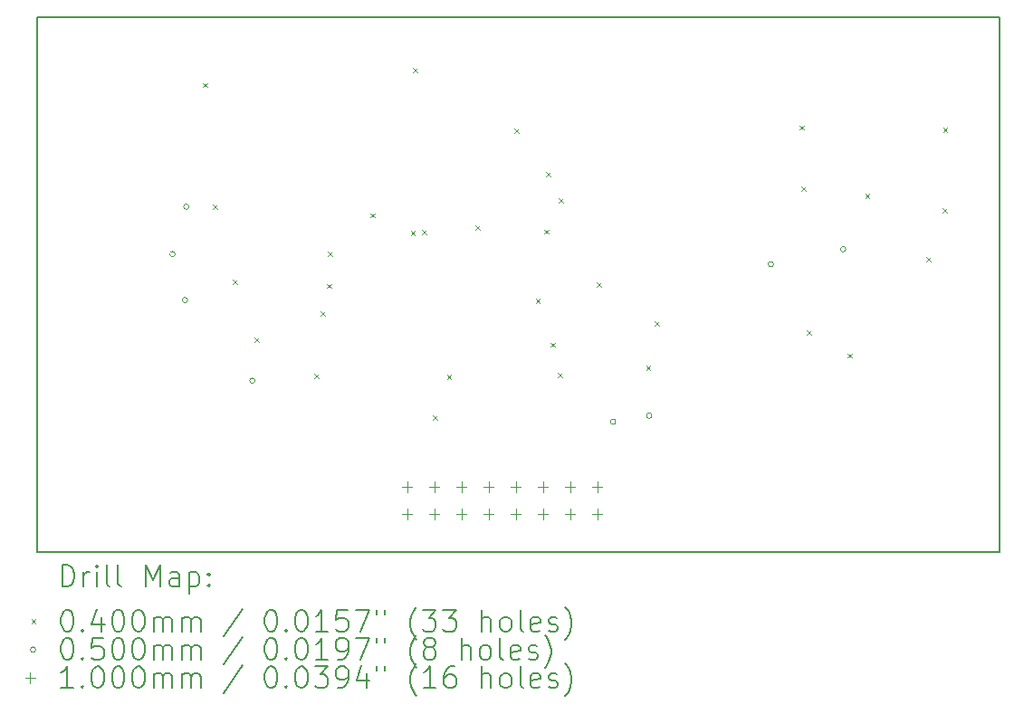
<source format=gbr>
%TF.GenerationSoftware,KiCad,Pcbnew,7.0.1-0*%
%TF.CreationDate,2023-12-28T14:24:33+01:00*%
%TF.ProjectId,parallel_trail,70617261-6c6c-4656-9c5f-747261696c2e,rev?*%
%TF.SameCoordinates,Original*%
%TF.FileFunction,Drillmap*%
%TF.FilePolarity,Positive*%
%FSLAX45Y45*%
G04 Gerber Fmt 4.5, Leading zero omitted, Abs format (unit mm)*
G04 Created by KiCad (PCBNEW 7.0.1-0) date 2023-12-28 14:24:33*
%MOMM*%
%LPD*%
G01*
G04 APERTURE LIST*
%ADD10C,0.200000*%
%ADD11C,0.040000*%
%ADD12C,0.050000*%
%ADD13C,0.100000*%
G04 APERTURE END LIST*
D10*
X4665200Y-8233400D02*
X13665200Y-8233400D01*
X13665200Y-13233400D01*
X4665200Y-13233400D01*
X4665200Y-8233400D01*
D11*
X6218560Y-8844600D02*
X6258560Y-8884600D01*
X6258560Y-8844600D02*
X6218560Y-8884600D01*
X6312380Y-9985340D02*
X6352380Y-10025340D01*
X6352380Y-9985340D02*
X6312380Y-10025340D01*
X6496940Y-10684490D02*
X6536940Y-10724490D01*
X6536940Y-10684490D02*
X6496940Y-10724490D01*
X6704940Y-11229190D02*
X6744940Y-11269190D01*
X6744940Y-11229190D02*
X6704940Y-11269190D01*
X7259200Y-11567910D02*
X7299200Y-11607910D01*
X7299200Y-11567910D02*
X7259200Y-11607910D01*
X7320400Y-10980950D02*
X7360400Y-11020950D01*
X7360400Y-10980950D02*
X7320400Y-11020950D01*
X7380000Y-10724200D02*
X7420000Y-10764200D01*
X7420000Y-10724200D02*
X7380000Y-10764200D01*
X7386200Y-10421170D02*
X7426200Y-10461170D01*
X7426200Y-10421170D02*
X7386200Y-10461170D01*
X7787310Y-10064970D02*
X7827310Y-10104970D01*
X7827310Y-10064970D02*
X7787310Y-10104970D01*
X8163790Y-10231180D02*
X8203790Y-10271180D01*
X8203790Y-10231180D02*
X8163790Y-10271180D01*
X8182180Y-8702330D02*
X8222180Y-8742330D01*
X8222180Y-8702330D02*
X8182180Y-8742330D01*
X8270720Y-10222660D02*
X8310720Y-10262660D01*
X8310720Y-10222660D02*
X8270720Y-10262660D01*
X8371060Y-11957640D02*
X8411060Y-11997640D01*
X8411060Y-11957640D02*
X8371060Y-11997640D01*
X8500920Y-11572620D02*
X8540920Y-11612620D01*
X8540920Y-11572620D02*
X8500920Y-11612620D01*
X8768620Y-10177590D02*
X8808620Y-10217590D01*
X8808620Y-10177590D02*
X8768620Y-10217590D01*
X9133080Y-9271850D02*
X9173080Y-9311850D01*
X9173080Y-9271850D02*
X9133080Y-9311850D01*
X9330440Y-10864270D02*
X9370440Y-10904270D01*
X9370440Y-10864270D02*
X9330440Y-10904270D01*
X9409910Y-10217140D02*
X9449910Y-10257140D01*
X9449910Y-10217140D02*
X9409910Y-10257140D01*
X9429670Y-9677750D02*
X9469670Y-9717750D01*
X9469670Y-9677750D02*
X9429670Y-9717750D01*
X9468150Y-11274150D02*
X9508150Y-11314150D01*
X9508150Y-11274150D02*
X9468150Y-11314150D01*
X9540870Y-11556180D02*
X9580870Y-11596180D01*
X9580870Y-11556180D02*
X9540870Y-11596180D01*
X9548160Y-9924340D02*
X9588160Y-9964340D01*
X9588160Y-9924340D02*
X9548160Y-9964340D01*
X9905740Y-10714540D02*
X9945740Y-10754540D01*
X9945740Y-10714540D02*
X9905740Y-10754540D01*
X10363830Y-11491950D02*
X10403830Y-11531950D01*
X10403830Y-11491950D02*
X10363830Y-11531950D01*
X10447120Y-11076380D02*
X10487120Y-11116380D01*
X10487120Y-11076380D02*
X10447120Y-11116380D01*
X11797670Y-9243220D02*
X11837670Y-9283220D01*
X11837670Y-9243220D02*
X11797670Y-9283220D01*
X11814520Y-9813760D02*
X11854520Y-9853760D01*
X11854520Y-9813760D02*
X11814520Y-9853760D01*
X11868150Y-11161150D02*
X11908150Y-11201150D01*
X11908150Y-11161150D02*
X11868150Y-11201150D01*
X12248010Y-11375510D02*
X12288010Y-11415510D01*
X12288010Y-11375510D02*
X12248010Y-11415510D01*
X12412480Y-9880800D02*
X12452480Y-9920800D01*
X12452480Y-9880800D02*
X12412480Y-9920800D01*
X12983220Y-10477090D02*
X13023220Y-10517090D01*
X13023220Y-10477090D02*
X12983220Y-10517090D01*
X13139180Y-10017950D02*
X13179180Y-10057950D01*
X13179180Y-10017950D02*
X13139180Y-10057950D01*
X13140060Y-9262710D02*
X13180060Y-9302710D01*
X13180060Y-9262710D02*
X13140060Y-9302710D01*
D12*
X5959980Y-10444910D02*
G75*
G03*
X5959980Y-10444910I-25000J0D01*
G01*
X6076510Y-10877050D02*
G75*
G03*
X6076510Y-10877050I-25000J0D01*
G01*
X6088220Y-10003070D02*
G75*
G03*
X6088220Y-10003070I-25000J0D01*
G01*
X6706080Y-11630680D02*
G75*
G03*
X6706080Y-11630680I-25000J0D01*
G01*
X10080800Y-12014800D02*
G75*
G03*
X10080800Y-12014800I-25000J0D01*
G01*
X10417810Y-11958470D02*
G75*
G03*
X10417810Y-11958470I-25000J0D01*
G01*
X11554790Y-10540810D02*
G75*
G03*
X11554790Y-10540810I-25000J0D01*
G01*
X12232140Y-10400440D02*
G75*
G03*
X12232140Y-10400440I-25000J0D01*
G01*
D13*
X8128000Y-12573800D02*
X8128000Y-12673800D01*
X8078000Y-12623800D02*
X8178000Y-12623800D01*
X8128000Y-12827800D02*
X8128000Y-12927800D01*
X8078000Y-12877800D02*
X8178000Y-12877800D01*
X8382000Y-12573800D02*
X8382000Y-12673800D01*
X8332000Y-12623800D02*
X8432000Y-12623800D01*
X8382000Y-12827800D02*
X8382000Y-12927800D01*
X8332000Y-12877800D02*
X8432000Y-12877800D01*
X8636000Y-12573800D02*
X8636000Y-12673800D01*
X8586000Y-12623800D02*
X8686000Y-12623800D01*
X8636000Y-12827800D02*
X8636000Y-12927800D01*
X8586000Y-12877800D02*
X8686000Y-12877800D01*
X8890000Y-12573800D02*
X8890000Y-12673800D01*
X8840000Y-12623800D02*
X8940000Y-12623800D01*
X8890000Y-12827800D02*
X8890000Y-12927800D01*
X8840000Y-12877800D02*
X8940000Y-12877800D01*
X9144000Y-12573800D02*
X9144000Y-12673800D01*
X9094000Y-12623800D02*
X9194000Y-12623800D01*
X9144000Y-12827800D02*
X9144000Y-12927800D01*
X9094000Y-12877800D02*
X9194000Y-12877800D01*
X9398000Y-12573800D02*
X9398000Y-12673800D01*
X9348000Y-12623800D02*
X9448000Y-12623800D01*
X9398000Y-12827800D02*
X9398000Y-12927800D01*
X9348000Y-12877800D02*
X9448000Y-12877800D01*
X9652000Y-12573800D02*
X9652000Y-12673800D01*
X9602000Y-12623800D02*
X9702000Y-12623800D01*
X9652000Y-12827800D02*
X9652000Y-12927800D01*
X9602000Y-12877800D02*
X9702000Y-12877800D01*
X9906000Y-12573800D02*
X9906000Y-12673800D01*
X9856000Y-12623800D02*
X9956000Y-12623800D01*
X9906000Y-12827800D02*
X9906000Y-12927800D01*
X9856000Y-12877800D02*
X9956000Y-12877800D01*
D10*
X4902819Y-13555924D02*
X4902819Y-13355924D01*
X4902819Y-13355924D02*
X4950438Y-13355924D01*
X4950438Y-13355924D02*
X4979010Y-13365448D01*
X4979010Y-13365448D02*
X4998057Y-13384495D01*
X4998057Y-13384495D02*
X5007581Y-13403543D01*
X5007581Y-13403543D02*
X5017105Y-13441638D01*
X5017105Y-13441638D02*
X5017105Y-13470209D01*
X5017105Y-13470209D02*
X5007581Y-13508305D01*
X5007581Y-13508305D02*
X4998057Y-13527352D01*
X4998057Y-13527352D02*
X4979010Y-13546400D01*
X4979010Y-13546400D02*
X4950438Y-13555924D01*
X4950438Y-13555924D02*
X4902819Y-13555924D01*
X5102819Y-13555924D02*
X5102819Y-13422590D01*
X5102819Y-13460686D02*
X5112343Y-13441638D01*
X5112343Y-13441638D02*
X5121867Y-13432114D01*
X5121867Y-13432114D02*
X5140914Y-13422590D01*
X5140914Y-13422590D02*
X5159962Y-13422590D01*
X5226629Y-13555924D02*
X5226629Y-13422590D01*
X5226629Y-13355924D02*
X5217105Y-13365448D01*
X5217105Y-13365448D02*
X5226629Y-13374971D01*
X5226629Y-13374971D02*
X5236152Y-13365448D01*
X5236152Y-13365448D02*
X5226629Y-13355924D01*
X5226629Y-13355924D02*
X5226629Y-13374971D01*
X5350438Y-13555924D02*
X5331390Y-13546400D01*
X5331390Y-13546400D02*
X5321867Y-13527352D01*
X5321867Y-13527352D02*
X5321867Y-13355924D01*
X5455200Y-13555924D02*
X5436152Y-13546400D01*
X5436152Y-13546400D02*
X5426629Y-13527352D01*
X5426629Y-13527352D02*
X5426629Y-13355924D01*
X5683771Y-13555924D02*
X5683771Y-13355924D01*
X5683771Y-13355924D02*
X5750438Y-13498781D01*
X5750438Y-13498781D02*
X5817105Y-13355924D01*
X5817105Y-13355924D02*
X5817105Y-13555924D01*
X5998057Y-13555924D02*
X5998057Y-13451162D01*
X5998057Y-13451162D02*
X5988533Y-13432114D01*
X5988533Y-13432114D02*
X5969486Y-13422590D01*
X5969486Y-13422590D02*
X5931390Y-13422590D01*
X5931390Y-13422590D02*
X5912343Y-13432114D01*
X5998057Y-13546400D02*
X5979009Y-13555924D01*
X5979009Y-13555924D02*
X5931390Y-13555924D01*
X5931390Y-13555924D02*
X5912343Y-13546400D01*
X5912343Y-13546400D02*
X5902819Y-13527352D01*
X5902819Y-13527352D02*
X5902819Y-13508305D01*
X5902819Y-13508305D02*
X5912343Y-13489257D01*
X5912343Y-13489257D02*
X5931390Y-13479733D01*
X5931390Y-13479733D02*
X5979009Y-13479733D01*
X5979009Y-13479733D02*
X5998057Y-13470209D01*
X6093295Y-13422590D02*
X6093295Y-13622590D01*
X6093295Y-13432114D02*
X6112343Y-13422590D01*
X6112343Y-13422590D02*
X6150438Y-13422590D01*
X6150438Y-13422590D02*
X6169486Y-13432114D01*
X6169486Y-13432114D02*
X6179009Y-13441638D01*
X6179009Y-13441638D02*
X6188533Y-13460686D01*
X6188533Y-13460686D02*
X6188533Y-13517828D01*
X6188533Y-13517828D02*
X6179009Y-13536876D01*
X6179009Y-13536876D02*
X6169486Y-13546400D01*
X6169486Y-13546400D02*
X6150438Y-13555924D01*
X6150438Y-13555924D02*
X6112343Y-13555924D01*
X6112343Y-13555924D02*
X6093295Y-13546400D01*
X6274248Y-13536876D02*
X6283771Y-13546400D01*
X6283771Y-13546400D02*
X6274248Y-13555924D01*
X6274248Y-13555924D02*
X6264724Y-13546400D01*
X6264724Y-13546400D02*
X6274248Y-13536876D01*
X6274248Y-13536876D02*
X6274248Y-13555924D01*
X6274248Y-13432114D02*
X6283771Y-13441638D01*
X6283771Y-13441638D02*
X6274248Y-13451162D01*
X6274248Y-13451162D02*
X6264724Y-13441638D01*
X6264724Y-13441638D02*
X6274248Y-13432114D01*
X6274248Y-13432114D02*
X6274248Y-13451162D01*
D11*
X4615200Y-13863400D02*
X4655200Y-13903400D01*
X4655200Y-13863400D02*
X4615200Y-13903400D01*
D10*
X4940914Y-13775924D02*
X4959962Y-13775924D01*
X4959962Y-13775924D02*
X4979010Y-13785448D01*
X4979010Y-13785448D02*
X4988533Y-13794971D01*
X4988533Y-13794971D02*
X4998057Y-13814019D01*
X4998057Y-13814019D02*
X5007581Y-13852114D01*
X5007581Y-13852114D02*
X5007581Y-13899733D01*
X5007581Y-13899733D02*
X4998057Y-13937828D01*
X4998057Y-13937828D02*
X4988533Y-13956876D01*
X4988533Y-13956876D02*
X4979010Y-13966400D01*
X4979010Y-13966400D02*
X4959962Y-13975924D01*
X4959962Y-13975924D02*
X4940914Y-13975924D01*
X4940914Y-13975924D02*
X4921867Y-13966400D01*
X4921867Y-13966400D02*
X4912343Y-13956876D01*
X4912343Y-13956876D02*
X4902819Y-13937828D01*
X4902819Y-13937828D02*
X4893295Y-13899733D01*
X4893295Y-13899733D02*
X4893295Y-13852114D01*
X4893295Y-13852114D02*
X4902819Y-13814019D01*
X4902819Y-13814019D02*
X4912343Y-13794971D01*
X4912343Y-13794971D02*
X4921867Y-13785448D01*
X4921867Y-13785448D02*
X4940914Y-13775924D01*
X5093295Y-13956876D02*
X5102819Y-13966400D01*
X5102819Y-13966400D02*
X5093295Y-13975924D01*
X5093295Y-13975924D02*
X5083771Y-13966400D01*
X5083771Y-13966400D02*
X5093295Y-13956876D01*
X5093295Y-13956876D02*
X5093295Y-13975924D01*
X5274248Y-13842590D02*
X5274248Y-13975924D01*
X5226629Y-13766400D02*
X5179010Y-13909257D01*
X5179010Y-13909257D02*
X5302819Y-13909257D01*
X5417105Y-13775924D02*
X5436152Y-13775924D01*
X5436152Y-13775924D02*
X5455200Y-13785448D01*
X5455200Y-13785448D02*
X5464724Y-13794971D01*
X5464724Y-13794971D02*
X5474248Y-13814019D01*
X5474248Y-13814019D02*
X5483771Y-13852114D01*
X5483771Y-13852114D02*
X5483771Y-13899733D01*
X5483771Y-13899733D02*
X5474248Y-13937828D01*
X5474248Y-13937828D02*
X5464724Y-13956876D01*
X5464724Y-13956876D02*
X5455200Y-13966400D01*
X5455200Y-13966400D02*
X5436152Y-13975924D01*
X5436152Y-13975924D02*
X5417105Y-13975924D01*
X5417105Y-13975924D02*
X5398057Y-13966400D01*
X5398057Y-13966400D02*
X5388533Y-13956876D01*
X5388533Y-13956876D02*
X5379010Y-13937828D01*
X5379010Y-13937828D02*
X5369486Y-13899733D01*
X5369486Y-13899733D02*
X5369486Y-13852114D01*
X5369486Y-13852114D02*
X5379010Y-13814019D01*
X5379010Y-13814019D02*
X5388533Y-13794971D01*
X5388533Y-13794971D02*
X5398057Y-13785448D01*
X5398057Y-13785448D02*
X5417105Y-13775924D01*
X5607581Y-13775924D02*
X5626629Y-13775924D01*
X5626629Y-13775924D02*
X5645676Y-13785448D01*
X5645676Y-13785448D02*
X5655200Y-13794971D01*
X5655200Y-13794971D02*
X5664724Y-13814019D01*
X5664724Y-13814019D02*
X5674248Y-13852114D01*
X5674248Y-13852114D02*
X5674248Y-13899733D01*
X5674248Y-13899733D02*
X5664724Y-13937828D01*
X5664724Y-13937828D02*
X5655200Y-13956876D01*
X5655200Y-13956876D02*
X5645676Y-13966400D01*
X5645676Y-13966400D02*
X5626629Y-13975924D01*
X5626629Y-13975924D02*
X5607581Y-13975924D01*
X5607581Y-13975924D02*
X5588533Y-13966400D01*
X5588533Y-13966400D02*
X5579010Y-13956876D01*
X5579010Y-13956876D02*
X5569486Y-13937828D01*
X5569486Y-13937828D02*
X5559962Y-13899733D01*
X5559962Y-13899733D02*
X5559962Y-13852114D01*
X5559962Y-13852114D02*
X5569486Y-13814019D01*
X5569486Y-13814019D02*
X5579010Y-13794971D01*
X5579010Y-13794971D02*
X5588533Y-13785448D01*
X5588533Y-13785448D02*
X5607581Y-13775924D01*
X5759962Y-13975924D02*
X5759962Y-13842590D01*
X5759962Y-13861638D02*
X5769486Y-13852114D01*
X5769486Y-13852114D02*
X5788533Y-13842590D01*
X5788533Y-13842590D02*
X5817105Y-13842590D01*
X5817105Y-13842590D02*
X5836152Y-13852114D01*
X5836152Y-13852114D02*
X5845676Y-13871162D01*
X5845676Y-13871162D02*
X5845676Y-13975924D01*
X5845676Y-13871162D02*
X5855200Y-13852114D01*
X5855200Y-13852114D02*
X5874248Y-13842590D01*
X5874248Y-13842590D02*
X5902819Y-13842590D01*
X5902819Y-13842590D02*
X5921867Y-13852114D01*
X5921867Y-13852114D02*
X5931390Y-13871162D01*
X5931390Y-13871162D02*
X5931390Y-13975924D01*
X6026629Y-13975924D02*
X6026629Y-13842590D01*
X6026629Y-13861638D02*
X6036152Y-13852114D01*
X6036152Y-13852114D02*
X6055200Y-13842590D01*
X6055200Y-13842590D02*
X6083771Y-13842590D01*
X6083771Y-13842590D02*
X6102819Y-13852114D01*
X6102819Y-13852114D02*
X6112343Y-13871162D01*
X6112343Y-13871162D02*
X6112343Y-13975924D01*
X6112343Y-13871162D02*
X6121867Y-13852114D01*
X6121867Y-13852114D02*
X6140914Y-13842590D01*
X6140914Y-13842590D02*
X6169486Y-13842590D01*
X6169486Y-13842590D02*
X6188533Y-13852114D01*
X6188533Y-13852114D02*
X6198057Y-13871162D01*
X6198057Y-13871162D02*
X6198057Y-13975924D01*
X6588533Y-13766400D02*
X6417105Y-14023543D01*
X6845676Y-13775924D02*
X6864724Y-13775924D01*
X6864724Y-13775924D02*
X6883772Y-13785448D01*
X6883772Y-13785448D02*
X6893295Y-13794971D01*
X6893295Y-13794971D02*
X6902819Y-13814019D01*
X6902819Y-13814019D02*
X6912343Y-13852114D01*
X6912343Y-13852114D02*
X6912343Y-13899733D01*
X6912343Y-13899733D02*
X6902819Y-13937828D01*
X6902819Y-13937828D02*
X6893295Y-13956876D01*
X6893295Y-13956876D02*
X6883772Y-13966400D01*
X6883772Y-13966400D02*
X6864724Y-13975924D01*
X6864724Y-13975924D02*
X6845676Y-13975924D01*
X6845676Y-13975924D02*
X6826629Y-13966400D01*
X6826629Y-13966400D02*
X6817105Y-13956876D01*
X6817105Y-13956876D02*
X6807581Y-13937828D01*
X6807581Y-13937828D02*
X6798057Y-13899733D01*
X6798057Y-13899733D02*
X6798057Y-13852114D01*
X6798057Y-13852114D02*
X6807581Y-13814019D01*
X6807581Y-13814019D02*
X6817105Y-13794971D01*
X6817105Y-13794971D02*
X6826629Y-13785448D01*
X6826629Y-13785448D02*
X6845676Y-13775924D01*
X6998057Y-13956876D02*
X7007581Y-13966400D01*
X7007581Y-13966400D02*
X6998057Y-13975924D01*
X6998057Y-13975924D02*
X6988533Y-13966400D01*
X6988533Y-13966400D02*
X6998057Y-13956876D01*
X6998057Y-13956876D02*
X6998057Y-13975924D01*
X7131391Y-13775924D02*
X7150438Y-13775924D01*
X7150438Y-13775924D02*
X7169486Y-13785448D01*
X7169486Y-13785448D02*
X7179010Y-13794971D01*
X7179010Y-13794971D02*
X7188533Y-13814019D01*
X7188533Y-13814019D02*
X7198057Y-13852114D01*
X7198057Y-13852114D02*
X7198057Y-13899733D01*
X7198057Y-13899733D02*
X7188533Y-13937828D01*
X7188533Y-13937828D02*
X7179010Y-13956876D01*
X7179010Y-13956876D02*
X7169486Y-13966400D01*
X7169486Y-13966400D02*
X7150438Y-13975924D01*
X7150438Y-13975924D02*
X7131391Y-13975924D01*
X7131391Y-13975924D02*
X7112343Y-13966400D01*
X7112343Y-13966400D02*
X7102819Y-13956876D01*
X7102819Y-13956876D02*
X7093295Y-13937828D01*
X7093295Y-13937828D02*
X7083772Y-13899733D01*
X7083772Y-13899733D02*
X7083772Y-13852114D01*
X7083772Y-13852114D02*
X7093295Y-13814019D01*
X7093295Y-13814019D02*
X7102819Y-13794971D01*
X7102819Y-13794971D02*
X7112343Y-13785448D01*
X7112343Y-13785448D02*
X7131391Y-13775924D01*
X7388533Y-13975924D02*
X7274248Y-13975924D01*
X7331391Y-13975924D02*
X7331391Y-13775924D01*
X7331391Y-13775924D02*
X7312343Y-13804495D01*
X7312343Y-13804495D02*
X7293295Y-13823543D01*
X7293295Y-13823543D02*
X7274248Y-13833067D01*
X7569486Y-13775924D02*
X7474248Y-13775924D01*
X7474248Y-13775924D02*
X7464724Y-13871162D01*
X7464724Y-13871162D02*
X7474248Y-13861638D01*
X7474248Y-13861638D02*
X7493295Y-13852114D01*
X7493295Y-13852114D02*
X7540914Y-13852114D01*
X7540914Y-13852114D02*
X7559962Y-13861638D01*
X7559962Y-13861638D02*
X7569486Y-13871162D01*
X7569486Y-13871162D02*
X7579010Y-13890209D01*
X7579010Y-13890209D02*
X7579010Y-13937828D01*
X7579010Y-13937828D02*
X7569486Y-13956876D01*
X7569486Y-13956876D02*
X7559962Y-13966400D01*
X7559962Y-13966400D02*
X7540914Y-13975924D01*
X7540914Y-13975924D02*
X7493295Y-13975924D01*
X7493295Y-13975924D02*
X7474248Y-13966400D01*
X7474248Y-13966400D02*
X7464724Y-13956876D01*
X7645676Y-13775924D02*
X7779010Y-13775924D01*
X7779010Y-13775924D02*
X7693295Y-13975924D01*
X7845676Y-13775924D02*
X7845676Y-13814019D01*
X7921867Y-13775924D02*
X7921867Y-13814019D01*
X8217105Y-14052114D02*
X8207581Y-14042590D01*
X8207581Y-14042590D02*
X8188534Y-14014019D01*
X8188534Y-14014019D02*
X8179010Y-13994971D01*
X8179010Y-13994971D02*
X8169486Y-13966400D01*
X8169486Y-13966400D02*
X8159962Y-13918781D01*
X8159962Y-13918781D02*
X8159962Y-13880686D01*
X8159962Y-13880686D02*
X8169486Y-13833067D01*
X8169486Y-13833067D02*
X8179010Y-13804495D01*
X8179010Y-13804495D02*
X8188534Y-13785448D01*
X8188534Y-13785448D02*
X8207581Y-13756876D01*
X8207581Y-13756876D02*
X8217105Y-13747352D01*
X8274248Y-13775924D02*
X8398057Y-13775924D01*
X8398057Y-13775924D02*
X8331391Y-13852114D01*
X8331391Y-13852114D02*
X8359962Y-13852114D01*
X8359962Y-13852114D02*
X8379010Y-13861638D01*
X8379010Y-13861638D02*
X8388534Y-13871162D01*
X8388534Y-13871162D02*
X8398057Y-13890209D01*
X8398057Y-13890209D02*
X8398057Y-13937828D01*
X8398057Y-13937828D02*
X8388534Y-13956876D01*
X8388534Y-13956876D02*
X8379010Y-13966400D01*
X8379010Y-13966400D02*
X8359962Y-13975924D01*
X8359962Y-13975924D02*
X8302819Y-13975924D01*
X8302819Y-13975924D02*
X8283772Y-13966400D01*
X8283772Y-13966400D02*
X8274248Y-13956876D01*
X8464724Y-13775924D02*
X8588534Y-13775924D01*
X8588534Y-13775924D02*
X8521867Y-13852114D01*
X8521867Y-13852114D02*
X8550438Y-13852114D01*
X8550438Y-13852114D02*
X8569486Y-13861638D01*
X8569486Y-13861638D02*
X8579010Y-13871162D01*
X8579010Y-13871162D02*
X8588534Y-13890209D01*
X8588534Y-13890209D02*
X8588534Y-13937828D01*
X8588534Y-13937828D02*
X8579010Y-13956876D01*
X8579010Y-13956876D02*
X8569486Y-13966400D01*
X8569486Y-13966400D02*
X8550438Y-13975924D01*
X8550438Y-13975924D02*
X8493296Y-13975924D01*
X8493296Y-13975924D02*
X8474248Y-13966400D01*
X8474248Y-13966400D02*
X8464724Y-13956876D01*
X8826629Y-13975924D02*
X8826629Y-13775924D01*
X8912343Y-13975924D02*
X8912343Y-13871162D01*
X8912343Y-13871162D02*
X8902819Y-13852114D01*
X8902819Y-13852114D02*
X8883772Y-13842590D01*
X8883772Y-13842590D02*
X8855200Y-13842590D01*
X8855200Y-13842590D02*
X8836153Y-13852114D01*
X8836153Y-13852114D02*
X8826629Y-13861638D01*
X9036153Y-13975924D02*
X9017105Y-13966400D01*
X9017105Y-13966400D02*
X9007581Y-13956876D01*
X9007581Y-13956876D02*
X8998058Y-13937828D01*
X8998058Y-13937828D02*
X8998058Y-13880686D01*
X8998058Y-13880686D02*
X9007581Y-13861638D01*
X9007581Y-13861638D02*
X9017105Y-13852114D01*
X9017105Y-13852114D02*
X9036153Y-13842590D01*
X9036153Y-13842590D02*
X9064724Y-13842590D01*
X9064724Y-13842590D02*
X9083772Y-13852114D01*
X9083772Y-13852114D02*
X9093296Y-13861638D01*
X9093296Y-13861638D02*
X9102819Y-13880686D01*
X9102819Y-13880686D02*
X9102819Y-13937828D01*
X9102819Y-13937828D02*
X9093296Y-13956876D01*
X9093296Y-13956876D02*
X9083772Y-13966400D01*
X9083772Y-13966400D02*
X9064724Y-13975924D01*
X9064724Y-13975924D02*
X9036153Y-13975924D01*
X9217105Y-13975924D02*
X9198058Y-13966400D01*
X9198058Y-13966400D02*
X9188534Y-13947352D01*
X9188534Y-13947352D02*
X9188534Y-13775924D01*
X9369486Y-13966400D02*
X9350439Y-13975924D01*
X9350439Y-13975924D02*
X9312343Y-13975924D01*
X9312343Y-13975924D02*
X9293296Y-13966400D01*
X9293296Y-13966400D02*
X9283772Y-13947352D01*
X9283772Y-13947352D02*
X9283772Y-13871162D01*
X9283772Y-13871162D02*
X9293296Y-13852114D01*
X9293296Y-13852114D02*
X9312343Y-13842590D01*
X9312343Y-13842590D02*
X9350439Y-13842590D01*
X9350439Y-13842590D02*
X9369486Y-13852114D01*
X9369486Y-13852114D02*
X9379010Y-13871162D01*
X9379010Y-13871162D02*
X9379010Y-13890209D01*
X9379010Y-13890209D02*
X9283772Y-13909257D01*
X9455200Y-13966400D02*
X9474248Y-13975924D01*
X9474248Y-13975924D02*
X9512343Y-13975924D01*
X9512343Y-13975924D02*
X9531391Y-13966400D01*
X9531391Y-13966400D02*
X9540915Y-13947352D01*
X9540915Y-13947352D02*
X9540915Y-13937828D01*
X9540915Y-13937828D02*
X9531391Y-13918781D01*
X9531391Y-13918781D02*
X9512343Y-13909257D01*
X9512343Y-13909257D02*
X9483772Y-13909257D01*
X9483772Y-13909257D02*
X9464724Y-13899733D01*
X9464724Y-13899733D02*
X9455200Y-13880686D01*
X9455200Y-13880686D02*
X9455200Y-13871162D01*
X9455200Y-13871162D02*
X9464724Y-13852114D01*
X9464724Y-13852114D02*
X9483772Y-13842590D01*
X9483772Y-13842590D02*
X9512343Y-13842590D01*
X9512343Y-13842590D02*
X9531391Y-13852114D01*
X9607581Y-14052114D02*
X9617105Y-14042590D01*
X9617105Y-14042590D02*
X9636153Y-14014019D01*
X9636153Y-14014019D02*
X9645677Y-13994971D01*
X9645677Y-13994971D02*
X9655200Y-13966400D01*
X9655200Y-13966400D02*
X9664724Y-13918781D01*
X9664724Y-13918781D02*
X9664724Y-13880686D01*
X9664724Y-13880686D02*
X9655200Y-13833067D01*
X9655200Y-13833067D02*
X9645677Y-13804495D01*
X9645677Y-13804495D02*
X9636153Y-13785448D01*
X9636153Y-13785448D02*
X9617105Y-13756876D01*
X9617105Y-13756876D02*
X9607581Y-13747352D01*
D12*
X4655200Y-14147400D02*
G75*
G03*
X4655200Y-14147400I-25000J0D01*
G01*
D10*
X4940914Y-14039924D02*
X4959962Y-14039924D01*
X4959962Y-14039924D02*
X4979010Y-14049448D01*
X4979010Y-14049448D02*
X4988533Y-14058971D01*
X4988533Y-14058971D02*
X4998057Y-14078019D01*
X4998057Y-14078019D02*
X5007581Y-14116114D01*
X5007581Y-14116114D02*
X5007581Y-14163733D01*
X5007581Y-14163733D02*
X4998057Y-14201828D01*
X4998057Y-14201828D02*
X4988533Y-14220876D01*
X4988533Y-14220876D02*
X4979010Y-14230400D01*
X4979010Y-14230400D02*
X4959962Y-14239924D01*
X4959962Y-14239924D02*
X4940914Y-14239924D01*
X4940914Y-14239924D02*
X4921867Y-14230400D01*
X4921867Y-14230400D02*
X4912343Y-14220876D01*
X4912343Y-14220876D02*
X4902819Y-14201828D01*
X4902819Y-14201828D02*
X4893295Y-14163733D01*
X4893295Y-14163733D02*
X4893295Y-14116114D01*
X4893295Y-14116114D02*
X4902819Y-14078019D01*
X4902819Y-14078019D02*
X4912343Y-14058971D01*
X4912343Y-14058971D02*
X4921867Y-14049448D01*
X4921867Y-14049448D02*
X4940914Y-14039924D01*
X5093295Y-14220876D02*
X5102819Y-14230400D01*
X5102819Y-14230400D02*
X5093295Y-14239924D01*
X5093295Y-14239924D02*
X5083771Y-14230400D01*
X5083771Y-14230400D02*
X5093295Y-14220876D01*
X5093295Y-14220876D02*
X5093295Y-14239924D01*
X5283771Y-14039924D02*
X5188533Y-14039924D01*
X5188533Y-14039924D02*
X5179010Y-14135162D01*
X5179010Y-14135162D02*
X5188533Y-14125638D01*
X5188533Y-14125638D02*
X5207581Y-14116114D01*
X5207581Y-14116114D02*
X5255200Y-14116114D01*
X5255200Y-14116114D02*
X5274248Y-14125638D01*
X5274248Y-14125638D02*
X5283771Y-14135162D01*
X5283771Y-14135162D02*
X5293295Y-14154209D01*
X5293295Y-14154209D02*
X5293295Y-14201828D01*
X5293295Y-14201828D02*
X5283771Y-14220876D01*
X5283771Y-14220876D02*
X5274248Y-14230400D01*
X5274248Y-14230400D02*
X5255200Y-14239924D01*
X5255200Y-14239924D02*
X5207581Y-14239924D01*
X5207581Y-14239924D02*
X5188533Y-14230400D01*
X5188533Y-14230400D02*
X5179010Y-14220876D01*
X5417105Y-14039924D02*
X5436152Y-14039924D01*
X5436152Y-14039924D02*
X5455200Y-14049448D01*
X5455200Y-14049448D02*
X5464724Y-14058971D01*
X5464724Y-14058971D02*
X5474248Y-14078019D01*
X5474248Y-14078019D02*
X5483771Y-14116114D01*
X5483771Y-14116114D02*
X5483771Y-14163733D01*
X5483771Y-14163733D02*
X5474248Y-14201828D01*
X5474248Y-14201828D02*
X5464724Y-14220876D01*
X5464724Y-14220876D02*
X5455200Y-14230400D01*
X5455200Y-14230400D02*
X5436152Y-14239924D01*
X5436152Y-14239924D02*
X5417105Y-14239924D01*
X5417105Y-14239924D02*
X5398057Y-14230400D01*
X5398057Y-14230400D02*
X5388533Y-14220876D01*
X5388533Y-14220876D02*
X5379010Y-14201828D01*
X5379010Y-14201828D02*
X5369486Y-14163733D01*
X5369486Y-14163733D02*
X5369486Y-14116114D01*
X5369486Y-14116114D02*
X5379010Y-14078019D01*
X5379010Y-14078019D02*
X5388533Y-14058971D01*
X5388533Y-14058971D02*
X5398057Y-14049448D01*
X5398057Y-14049448D02*
X5417105Y-14039924D01*
X5607581Y-14039924D02*
X5626629Y-14039924D01*
X5626629Y-14039924D02*
X5645676Y-14049448D01*
X5645676Y-14049448D02*
X5655200Y-14058971D01*
X5655200Y-14058971D02*
X5664724Y-14078019D01*
X5664724Y-14078019D02*
X5674248Y-14116114D01*
X5674248Y-14116114D02*
X5674248Y-14163733D01*
X5674248Y-14163733D02*
X5664724Y-14201828D01*
X5664724Y-14201828D02*
X5655200Y-14220876D01*
X5655200Y-14220876D02*
X5645676Y-14230400D01*
X5645676Y-14230400D02*
X5626629Y-14239924D01*
X5626629Y-14239924D02*
X5607581Y-14239924D01*
X5607581Y-14239924D02*
X5588533Y-14230400D01*
X5588533Y-14230400D02*
X5579010Y-14220876D01*
X5579010Y-14220876D02*
X5569486Y-14201828D01*
X5569486Y-14201828D02*
X5559962Y-14163733D01*
X5559962Y-14163733D02*
X5559962Y-14116114D01*
X5559962Y-14116114D02*
X5569486Y-14078019D01*
X5569486Y-14078019D02*
X5579010Y-14058971D01*
X5579010Y-14058971D02*
X5588533Y-14049448D01*
X5588533Y-14049448D02*
X5607581Y-14039924D01*
X5759962Y-14239924D02*
X5759962Y-14106590D01*
X5759962Y-14125638D02*
X5769486Y-14116114D01*
X5769486Y-14116114D02*
X5788533Y-14106590D01*
X5788533Y-14106590D02*
X5817105Y-14106590D01*
X5817105Y-14106590D02*
X5836152Y-14116114D01*
X5836152Y-14116114D02*
X5845676Y-14135162D01*
X5845676Y-14135162D02*
X5845676Y-14239924D01*
X5845676Y-14135162D02*
X5855200Y-14116114D01*
X5855200Y-14116114D02*
X5874248Y-14106590D01*
X5874248Y-14106590D02*
X5902819Y-14106590D01*
X5902819Y-14106590D02*
X5921867Y-14116114D01*
X5921867Y-14116114D02*
X5931390Y-14135162D01*
X5931390Y-14135162D02*
X5931390Y-14239924D01*
X6026629Y-14239924D02*
X6026629Y-14106590D01*
X6026629Y-14125638D02*
X6036152Y-14116114D01*
X6036152Y-14116114D02*
X6055200Y-14106590D01*
X6055200Y-14106590D02*
X6083771Y-14106590D01*
X6083771Y-14106590D02*
X6102819Y-14116114D01*
X6102819Y-14116114D02*
X6112343Y-14135162D01*
X6112343Y-14135162D02*
X6112343Y-14239924D01*
X6112343Y-14135162D02*
X6121867Y-14116114D01*
X6121867Y-14116114D02*
X6140914Y-14106590D01*
X6140914Y-14106590D02*
X6169486Y-14106590D01*
X6169486Y-14106590D02*
X6188533Y-14116114D01*
X6188533Y-14116114D02*
X6198057Y-14135162D01*
X6198057Y-14135162D02*
X6198057Y-14239924D01*
X6588533Y-14030400D02*
X6417105Y-14287543D01*
X6845676Y-14039924D02*
X6864724Y-14039924D01*
X6864724Y-14039924D02*
X6883772Y-14049448D01*
X6883772Y-14049448D02*
X6893295Y-14058971D01*
X6893295Y-14058971D02*
X6902819Y-14078019D01*
X6902819Y-14078019D02*
X6912343Y-14116114D01*
X6912343Y-14116114D02*
X6912343Y-14163733D01*
X6912343Y-14163733D02*
X6902819Y-14201828D01*
X6902819Y-14201828D02*
X6893295Y-14220876D01*
X6893295Y-14220876D02*
X6883772Y-14230400D01*
X6883772Y-14230400D02*
X6864724Y-14239924D01*
X6864724Y-14239924D02*
X6845676Y-14239924D01*
X6845676Y-14239924D02*
X6826629Y-14230400D01*
X6826629Y-14230400D02*
X6817105Y-14220876D01*
X6817105Y-14220876D02*
X6807581Y-14201828D01*
X6807581Y-14201828D02*
X6798057Y-14163733D01*
X6798057Y-14163733D02*
X6798057Y-14116114D01*
X6798057Y-14116114D02*
X6807581Y-14078019D01*
X6807581Y-14078019D02*
X6817105Y-14058971D01*
X6817105Y-14058971D02*
X6826629Y-14049448D01*
X6826629Y-14049448D02*
X6845676Y-14039924D01*
X6998057Y-14220876D02*
X7007581Y-14230400D01*
X7007581Y-14230400D02*
X6998057Y-14239924D01*
X6998057Y-14239924D02*
X6988533Y-14230400D01*
X6988533Y-14230400D02*
X6998057Y-14220876D01*
X6998057Y-14220876D02*
X6998057Y-14239924D01*
X7131391Y-14039924D02*
X7150438Y-14039924D01*
X7150438Y-14039924D02*
X7169486Y-14049448D01*
X7169486Y-14049448D02*
X7179010Y-14058971D01*
X7179010Y-14058971D02*
X7188533Y-14078019D01*
X7188533Y-14078019D02*
X7198057Y-14116114D01*
X7198057Y-14116114D02*
X7198057Y-14163733D01*
X7198057Y-14163733D02*
X7188533Y-14201828D01*
X7188533Y-14201828D02*
X7179010Y-14220876D01*
X7179010Y-14220876D02*
X7169486Y-14230400D01*
X7169486Y-14230400D02*
X7150438Y-14239924D01*
X7150438Y-14239924D02*
X7131391Y-14239924D01*
X7131391Y-14239924D02*
X7112343Y-14230400D01*
X7112343Y-14230400D02*
X7102819Y-14220876D01*
X7102819Y-14220876D02*
X7093295Y-14201828D01*
X7093295Y-14201828D02*
X7083772Y-14163733D01*
X7083772Y-14163733D02*
X7083772Y-14116114D01*
X7083772Y-14116114D02*
X7093295Y-14078019D01*
X7093295Y-14078019D02*
X7102819Y-14058971D01*
X7102819Y-14058971D02*
X7112343Y-14049448D01*
X7112343Y-14049448D02*
X7131391Y-14039924D01*
X7388533Y-14239924D02*
X7274248Y-14239924D01*
X7331391Y-14239924D02*
X7331391Y-14039924D01*
X7331391Y-14039924D02*
X7312343Y-14068495D01*
X7312343Y-14068495D02*
X7293295Y-14087543D01*
X7293295Y-14087543D02*
X7274248Y-14097067D01*
X7483772Y-14239924D02*
X7521867Y-14239924D01*
X7521867Y-14239924D02*
X7540914Y-14230400D01*
X7540914Y-14230400D02*
X7550438Y-14220876D01*
X7550438Y-14220876D02*
X7569486Y-14192305D01*
X7569486Y-14192305D02*
X7579010Y-14154209D01*
X7579010Y-14154209D02*
X7579010Y-14078019D01*
X7579010Y-14078019D02*
X7569486Y-14058971D01*
X7569486Y-14058971D02*
X7559962Y-14049448D01*
X7559962Y-14049448D02*
X7540914Y-14039924D01*
X7540914Y-14039924D02*
X7502819Y-14039924D01*
X7502819Y-14039924D02*
X7483772Y-14049448D01*
X7483772Y-14049448D02*
X7474248Y-14058971D01*
X7474248Y-14058971D02*
X7464724Y-14078019D01*
X7464724Y-14078019D02*
X7464724Y-14125638D01*
X7464724Y-14125638D02*
X7474248Y-14144686D01*
X7474248Y-14144686D02*
X7483772Y-14154209D01*
X7483772Y-14154209D02*
X7502819Y-14163733D01*
X7502819Y-14163733D02*
X7540914Y-14163733D01*
X7540914Y-14163733D02*
X7559962Y-14154209D01*
X7559962Y-14154209D02*
X7569486Y-14144686D01*
X7569486Y-14144686D02*
X7579010Y-14125638D01*
X7645676Y-14039924D02*
X7779010Y-14039924D01*
X7779010Y-14039924D02*
X7693295Y-14239924D01*
X7845676Y-14039924D02*
X7845676Y-14078019D01*
X7921867Y-14039924D02*
X7921867Y-14078019D01*
X8217105Y-14316114D02*
X8207581Y-14306590D01*
X8207581Y-14306590D02*
X8188534Y-14278019D01*
X8188534Y-14278019D02*
X8179010Y-14258971D01*
X8179010Y-14258971D02*
X8169486Y-14230400D01*
X8169486Y-14230400D02*
X8159962Y-14182781D01*
X8159962Y-14182781D02*
X8159962Y-14144686D01*
X8159962Y-14144686D02*
X8169486Y-14097067D01*
X8169486Y-14097067D02*
X8179010Y-14068495D01*
X8179010Y-14068495D02*
X8188534Y-14049448D01*
X8188534Y-14049448D02*
X8207581Y-14020876D01*
X8207581Y-14020876D02*
X8217105Y-14011352D01*
X8321867Y-14125638D02*
X8302819Y-14116114D01*
X8302819Y-14116114D02*
X8293295Y-14106590D01*
X8293295Y-14106590D02*
X8283772Y-14087543D01*
X8283772Y-14087543D02*
X8283772Y-14078019D01*
X8283772Y-14078019D02*
X8293295Y-14058971D01*
X8293295Y-14058971D02*
X8302819Y-14049448D01*
X8302819Y-14049448D02*
X8321867Y-14039924D01*
X8321867Y-14039924D02*
X8359962Y-14039924D01*
X8359962Y-14039924D02*
X8379010Y-14049448D01*
X8379010Y-14049448D02*
X8388534Y-14058971D01*
X8388534Y-14058971D02*
X8398057Y-14078019D01*
X8398057Y-14078019D02*
X8398057Y-14087543D01*
X8398057Y-14087543D02*
X8388534Y-14106590D01*
X8388534Y-14106590D02*
X8379010Y-14116114D01*
X8379010Y-14116114D02*
X8359962Y-14125638D01*
X8359962Y-14125638D02*
X8321867Y-14125638D01*
X8321867Y-14125638D02*
X8302819Y-14135162D01*
X8302819Y-14135162D02*
X8293295Y-14144686D01*
X8293295Y-14144686D02*
X8283772Y-14163733D01*
X8283772Y-14163733D02*
X8283772Y-14201828D01*
X8283772Y-14201828D02*
X8293295Y-14220876D01*
X8293295Y-14220876D02*
X8302819Y-14230400D01*
X8302819Y-14230400D02*
X8321867Y-14239924D01*
X8321867Y-14239924D02*
X8359962Y-14239924D01*
X8359962Y-14239924D02*
X8379010Y-14230400D01*
X8379010Y-14230400D02*
X8388534Y-14220876D01*
X8388534Y-14220876D02*
X8398057Y-14201828D01*
X8398057Y-14201828D02*
X8398057Y-14163733D01*
X8398057Y-14163733D02*
X8388534Y-14144686D01*
X8388534Y-14144686D02*
X8379010Y-14135162D01*
X8379010Y-14135162D02*
X8359962Y-14125638D01*
X8636153Y-14239924D02*
X8636153Y-14039924D01*
X8721867Y-14239924D02*
X8721867Y-14135162D01*
X8721867Y-14135162D02*
X8712343Y-14116114D01*
X8712343Y-14116114D02*
X8693296Y-14106590D01*
X8693296Y-14106590D02*
X8664724Y-14106590D01*
X8664724Y-14106590D02*
X8645677Y-14116114D01*
X8645677Y-14116114D02*
X8636153Y-14125638D01*
X8845677Y-14239924D02*
X8826629Y-14230400D01*
X8826629Y-14230400D02*
X8817105Y-14220876D01*
X8817105Y-14220876D02*
X8807581Y-14201828D01*
X8807581Y-14201828D02*
X8807581Y-14144686D01*
X8807581Y-14144686D02*
X8817105Y-14125638D01*
X8817105Y-14125638D02*
X8826629Y-14116114D01*
X8826629Y-14116114D02*
X8845677Y-14106590D01*
X8845677Y-14106590D02*
X8874248Y-14106590D01*
X8874248Y-14106590D02*
X8893296Y-14116114D01*
X8893296Y-14116114D02*
X8902819Y-14125638D01*
X8902819Y-14125638D02*
X8912343Y-14144686D01*
X8912343Y-14144686D02*
X8912343Y-14201828D01*
X8912343Y-14201828D02*
X8902819Y-14220876D01*
X8902819Y-14220876D02*
X8893296Y-14230400D01*
X8893296Y-14230400D02*
X8874248Y-14239924D01*
X8874248Y-14239924D02*
X8845677Y-14239924D01*
X9026629Y-14239924D02*
X9007581Y-14230400D01*
X9007581Y-14230400D02*
X8998058Y-14211352D01*
X8998058Y-14211352D02*
X8998058Y-14039924D01*
X9179010Y-14230400D02*
X9159962Y-14239924D01*
X9159962Y-14239924D02*
X9121867Y-14239924D01*
X9121867Y-14239924D02*
X9102819Y-14230400D01*
X9102819Y-14230400D02*
X9093296Y-14211352D01*
X9093296Y-14211352D02*
X9093296Y-14135162D01*
X9093296Y-14135162D02*
X9102819Y-14116114D01*
X9102819Y-14116114D02*
X9121867Y-14106590D01*
X9121867Y-14106590D02*
X9159962Y-14106590D01*
X9159962Y-14106590D02*
X9179010Y-14116114D01*
X9179010Y-14116114D02*
X9188534Y-14135162D01*
X9188534Y-14135162D02*
X9188534Y-14154209D01*
X9188534Y-14154209D02*
X9093296Y-14173257D01*
X9264724Y-14230400D02*
X9283772Y-14239924D01*
X9283772Y-14239924D02*
X9321867Y-14239924D01*
X9321867Y-14239924D02*
X9340915Y-14230400D01*
X9340915Y-14230400D02*
X9350439Y-14211352D01*
X9350439Y-14211352D02*
X9350439Y-14201828D01*
X9350439Y-14201828D02*
X9340915Y-14182781D01*
X9340915Y-14182781D02*
X9321867Y-14173257D01*
X9321867Y-14173257D02*
X9293296Y-14173257D01*
X9293296Y-14173257D02*
X9274248Y-14163733D01*
X9274248Y-14163733D02*
X9264724Y-14144686D01*
X9264724Y-14144686D02*
X9264724Y-14135162D01*
X9264724Y-14135162D02*
X9274248Y-14116114D01*
X9274248Y-14116114D02*
X9293296Y-14106590D01*
X9293296Y-14106590D02*
X9321867Y-14106590D01*
X9321867Y-14106590D02*
X9340915Y-14116114D01*
X9417105Y-14316114D02*
X9426629Y-14306590D01*
X9426629Y-14306590D02*
X9445677Y-14278019D01*
X9445677Y-14278019D02*
X9455200Y-14258971D01*
X9455200Y-14258971D02*
X9464724Y-14230400D01*
X9464724Y-14230400D02*
X9474248Y-14182781D01*
X9474248Y-14182781D02*
X9474248Y-14144686D01*
X9474248Y-14144686D02*
X9464724Y-14097067D01*
X9464724Y-14097067D02*
X9455200Y-14068495D01*
X9455200Y-14068495D02*
X9445677Y-14049448D01*
X9445677Y-14049448D02*
X9426629Y-14020876D01*
X9426629Y-14020876D02*
X9417105Y-14011352D01*
D13*
X4605200Y-14361400D02*
X4605200Y-14461400D01*
X4555200Y-14411400D02*
X4655200Y-14411400D01*
D10*
X5007581Y-14503924D02*
X4893295Y-14503924D01*
X4950438Y-14503924D02*
X4950438Y-14303924D01*
X4950438Y-14303924D02*
X4931390Y-14332495D01*
X4931390Y-14332495D02*
X4912343Y-14351543D01*
X4912343Y-14351543D02*
X4893295Y-14361067D01*
X5093295Y-14484876D02*
X5102819Y-14494400D01*
X5102819Y-14494400D02*
X5093295Y-14503924D01*
X5093295Y-14503924D02*
X5083771Y-14494400D01*
X5083771Y-14494400D02*
X5093295Y-14484876D01*
X5093295Y-14484876D02*
X5093295Y-14503924D01*
X5226629Y-14303924D02*
X5245676Y-14303924D01*
X5245676Y-14303924D02*
X5264724Y-14313448D01*
X5264724Y-14313448D02*
X5274248Y-14322971D01*
X5274248Y-14322971D02*
X5283771Y-14342019D01*
X5283771Y-14342019D02*
X5293295Y-14380114D01*
X5293295Y-14380114D02*
X5293295Y-14427733D01*
X5293295Y-14427733D02*
X5283771Y-14465828D01*
X5283771Y-14465828D02*
X5274248Y-14484876D01*
X5274248Y-14484876D02*
X5264724Y-14494400D01*
X5264724Y-14494400D02*
X5245676Y-14503924D01*
X5245676Y-14503924D02*
X5226629Y-14503924D01*
X5226629Y-14503924D02*
X5207581Y-14494400D01*
X5207581Y-14494400D02*
X5198057Y-14484876D01*
X5198057Y-14484876D02*
X5188533Y-14465828D01*
X5188533Y-14465828D02*
X5179010Y-14427733D01*
X5179010Y-14427733D02*
X5179010Y-14380114D01*
X5179010Y-14380114D02*
X5188533Y-14342019D01*
X5188533Y-14342019D02*
X5198057Y-14322971D01*
X5198057Y-14322971D02*
X5207581Y-14313448D01*
X5207581Y-14313448D02*
X5226629Y-14303924D01*
X5417105Y-14303924D02*
X5436152Y-14303924D01*
X5436152Y-14303924D02*
X5455200Y-14313448D01*
X5455200Y-14313448D02*
X5464724Y-14322971D01*
X5464724Y-14322971D02*
X5474248Y-14342019D01*
X5474248Y-14342019D02*
X5483771Y-14380114D01*
X5483771Y-14380114D02*
X5483771Y-14427733D01*
X5483771Y-14427733D02*
X5474248Y-14465828D01*
X5474248Y-14465828D02*
X5464724Y-14484876D01*
X5464724Y-14484876D02*
X5455200Y-14494400D01*
X5455200Y-14494400D02*
X5436152Y-14503924D01*
X5436152Y-14503924D02*
X5417105Y-14503924D01*
X5417105Y-14503924D02*
X5398057Y-14494400D01*
X5398057Y-14494400D02*
X5388533Y-14484876D01*
X5388533Y-14484876D02*
X5379010Y-14465828D01*
X5379010Y-14465828D02*
X5369486Y-14427733D01*
X5369486Y-14427733D02*
X5369486Y-14380114D01*
X5369486Y-14380114D02*
X5379010Y-14342019D01*
X5379010Y-14342019D02*
X5388533Y-14322971D01*
X5388533Y-14322971D02*
X5398057Y-14313448D01*
X5398057Y-14313448D02*
X5417105Y-14303924D01*
X5607581Y-14303924D02*
X5626629Y-14303924D01*
X5626629Y-14303924D02*
X5645676Y-14313448D01*
X5645676Y-14313448D02*
X5655200Y-14322971D01*
X5655200Y-14322971D02*
X5664724Y-14342019D01*
X5664724Y-14342019D02*
X5674248Y-14380114D01*
X5674248Y-14380114D02*
X5674248Y-14427733D01*
X5674248Y-14427733D02*
X5664724Y-14465828D01*
X5664724Y-14465828D02*
X5655200Y-14484876D01*
X5655200Y-14484876D02*
X5645676Y-14494400D01*
X5645676Y-14494400D02*
X5626629Y-14503924D01*
X5626629Y-14503924D02*
X5607581Y-14503924D01*
X5607581Y-14503924D02*
X5588533Y-14494400D01*
X5588533Y-14494400D02*
X5579010Y-14484876D01*
X5579010Y-14484876D02*
X5569486Y-14465828D01*
X5569486Y-14465828D02*
X5559962Y-14427733D01*
X5559962Y-14427733D02*
X5559962Y-14380114D01*
X5559962Y-14380114D02*
X5569486Y-14342019D01*
X5569486Y-14342019D02*
X5579010Y-14322971D01*
X5579010Y-14322971D02*
X5588533Y-14313448D01*
X5588533Y-14313448D02*
X5607581Y-14303924D01*
X5759962Y-14503924D02*
X5759962Y-14370590D01*
X5759962Y-14389638D02*
X5769486Y-14380114D01*
X5769486Y-14380114D02*
X5788533Y-14370590D01*
X5788533Y-14370590D02*
X5817105Y-14370590D01*
X5817105Y-14370590D02*
X5836152Y-14380114D01*
X5836152Y-14380114D02*
X5845676Y-14399162D01*
X5845676Y-14399162D02*
X5845676Y-14503924D01*
X5845676Y-14399162D02*
X5855200Y-14380114D01*
X5855200Y-14380114D02*
X5874248Y-14370590D01*
X5874248Y-14370590D02*
X5902819Y-14370590D01*
X5902819Y-14370590D02*
X5921867Y-14380114D01*
X5921867Y-14380114D02*
X5931390Y-14399162D01*
X5931390Y-14399162D02*
X5931390Y-14503924D01*
X6026629Y-14503924D02*
X6026629Y-14370590D01*
X6026629Y-14389638D02*
X6036152Y-14380114D01*
X6036152Y-14380114D02*
X6055200Y-14370590D01*
X6055200Y-14370590D02*
X6083771Y-14370590D01*
X6083771Y-14370590D02*
X6102819Y-14380114D01*
X6102819Y-14380114D02*
X6112343Y-14399162D01*
X6112343Y-14399162D02*
X6112343Y-14503924D01*
X6112343Y-14399162D02*
X6121867Y-14380114D01*
X6121867Y-14380114D02*
X6140914Y-14370590D01*
X6140914Y-14370590D02*
X6169486Y-14370590D01*
X6169486Y-14370590D02*
X6188533Y-14380114D01*
X6188533Y-14380114D02*
X6198057Y-14399162D01*
X6198057Y-14399162D02*
X6198057Y-14503924D01*
X6588533Y-14294400D02*
X6417105Y-14551543D01*
X6845676Y-14303924D02*
X6864724Y-14303924D01*
X6864724Y-14303924D02*
X6883772Y-14313448D01*
X6883772Y-14313448D02*
X6893295Y-14322971D01*
X6893295Y-14322971D02*
X6902819Y-14342019D01*
X6902819Y-14342019D02*
X6912343Y-14380114D01*
X6912343Y-14380114D02*
X6912343Y-14427733D01*
X6912343Y-14427733D02*
X6902819Y-14465828D01*
X6902819Y-14465828D02*
X6893295Y-14484876D01*
X6893295Y-14484876D02*
X6883772Y-14494400D01*
X6883772Y-14494400D02*
X6864724Y-14503924D01*
X6864724Y-14503924D02*
X6845676Y-14503924D01*
X6845676Y-14503924D02*
X6826629Y-14494400D01*
X6826629Y-14494400D02*
X6817105Y-14484876D01*
X6817105Y-14484876D02*
X6807581Y-14465828D01*
X6807581Y-14465828D02*
X6798057Y-14427733D01*
X6798057Y-14427733D02*
X6798057Y-14380114D01*
X6798057Y-14380114D02*
X6807581Y-14342019D01*
X6807581Y-14342019D02*
X6817105Y-14322971D01*
X6817105Y-14322971D02*
X6826629Y-14313448D01*
X6826629Y-14313448D02*
X6845676Y-14303924D01*
X6998057Y-14484876D02*
X7007581Y-14494400D01*
X7007581Y-14494400D02*
X6998057Y-14503924D01*
X6998057Y-14503924D02*
X6988533Y-14494400D01*
X6988533Y-14494400D02*
X6998057Y-14484876D01*
X6998057Y-14484876D02*
X6998057Y-14503924D01*
X7131391Y-14303924D02*
X7150438Y-14303924D01*
X7150438Y-14303924D02*
X7169486Y-14313448D01*
X7169486Y-14313448D02*
X7179010Y-14322971D01*
X7179010Y-14322971D02*
X7188533Y-14342019D01*
X7188533Y-14342019D02*
X7198057Y-14380114D01*
X7198057Y-14380114D02*
X7198057Y-14427733D01*
X7198057Y-14427733D02*
X7188533Y-14465828D01*
X7188533Y-14465828D02*
X7179010Y-14484876D01*
X7179010Y-14484876D02*
X7169486Y-14494400D01*
X7169486Y-14494400D02*
X7150438Y-14503924D01*
X7150438Y-14503924D02*
X7131391Y-14503924D01*
X7131391Y-14503924D02*
X7112343Y-14494400D01*
X7112343Y-14494400D02*
X7102819Y-14484876D01*
X7102819Y-14484876D02*
X7093295Y-14465828D01*
X7093295Y-14465828D02*
X7083772Y-14427733D01*
X7083772Y-14427733D02*
X7083772Y-14380114D01*
X7083772Y-14380114D02*
X7093295Y-14342019D01*
X7093295Y-14342019D02*
X7102819Y-14322971D01*
X7102819Y-14322971D02*
X7112343Y-14313448D01*
X7112343Y-14313448D02*
X7131391Y-14303924D01*
X7264724Y-14303924D02*
X7388533Y-14303924D01*
X7388533Y-14303924D02*
X7321867Y-14380114D01*
X7321867Y-14380114D02*
X7350438Y-14380114D01*
X7350438Y-14380114D02*
X7369486Y-14389638D01*
X7369486Y-14389638D02*
X7379010Y-14399162D01*
X7379010Y-14399162D02*
X7388533Y-14418209D01*
X7388533Y-14418209D02*
X7388533Y-14465828D01*
X7388533Y-14465828D02*
X7379010Y-14484876D01*
X7379010Y-14484876D02*
X7369486Y-14494400D01*
X7369486Y-14494400D02*
X7350438Y-14503924D01*
X7350438Y-14503924D02*
X7293295Y-14503924D01*
X7293295Y-14503924D02*
X7274248Y-14494400D01*
X7274248Y-14494400D02*
X7264724Y-14484876D01*
X7483772Y-14503924D02*
X7521867Y-14503924D01*
X7521867Y-14503924D02*
X7540914Y-14494400D01*
X7540914Y-14494400D02*
X7550438Y-14484876D01*
X7550438Y-14484876D02*
X7569486Y-14456305D01*
X7569486Y-14456305D02*
X7579010Y-14418209D01*
X7579010Y-14418209D02*
X7579010Y-14342019D01*
X7579010Y-14342019D02*
X7569486Y-14322971D01*
X7569486Y-14322971D02*
X7559962Y-14313448D01*
X7559962Y-14313448D02*
X7540914Y-14303924D01*
X7540914Y-14303924D02*
X7502819Y-14303924D01*
X7502819Y-14303924D02*
X7483772Y-14313448D01*
X7483772Y-14313448D02*
X7474248Y-14322971D01*
X7474248Y-14322971D02*
X7464724Y-14342019D01*
X7464724Y-14342019D02*
X7464724Y-14389638D01*
X7464724Y-14389638D02*
X7474248Y-14408686D01*
X7474248Y-14408686D02*
X7483772Y-14418209D01*
X7483772Y-14418209D02*
X7502819Y-14427733D01*
X7502819Y-14427733D02*
X7540914Y-14427733D01*
X7540914Y-14427733D02*
X7559962Y-14418209D01*
X7559962Y-14418209D02*
X7569486Y-14408686D01*
X7569486Y-14408686D02*
X7579010Y-14389638D01*
X7750438Y-14370590D02*
X7750438Y-14503924D01*
X7702819Y-14294400D02*
X7655200Y-14437257D01*
X7655200Y-14437257D02*
X7779010Y-14437257D01*
X7845676Y-14303924D02*
X7845676Y-14342019D01*
X7921867Y-14303924D02*
X7921867Y-14342019D01*
X8217105Y-14580114D02*
X8207581Y-14570590D01*
X8207581Y-14570590D02*
X8188534Y-14542019D01*
X8188534Y-14542019D02*
X8179010Y-14522971D01*
X8179010Y-14522971D02*
X8169486Y-14494400D01*
X8169486Y-14494400D02*
X8159962Y-14446781D01*
X8159962Y-14446781D02*
X8159962Y-14408686D01*
X8159962Y-14408686D02*
X8169486Y-14361067D01*
X8169486Y-14361067D02*
X8179010Y-14332495D01*
X8179010Y-14332495D02*
X8188534Y-14313448D01*
X8188534Y-14313448D02*
X8207581Y-14284876D01*
X8207581Y-14284876D02*
X8217105Y-14275352D01*
X8398057Y-14503924D02*
X8283772Y-14503924D01*
X8340914Y-14503924D02*
X8340914Y-14303924D01*
X8340914Y-14303924D02*
X8321867Y-14332495D01*
X8321867Y-14332495D02*
X8302819Y-14351543D01*
X8302819Y-14351543D02*
X8283772Y-14361067D01*
X8569486Y-14303924D02*
X8531391Y-14303924D01*
X8531391Y-14303924D02*
X8512343Y-14313448D01*
X8512343Y-14313448D02*
X8502819Y-14322971D01*
X8502819Y-14322971D02*
X8483772Y-14351543D01*
X8483772Y-14351543D02*
X8474248Y-14389638D01*
X8474248Y-14389638D02*
X8474248Y-14465828D01*
X8474248Y-14465828D02*
X8483772Y-14484876D01*
X8483772Y-14484876D02*
X8493296Y-14494400D01*
X8493296Y-14494400D02*
X8512343Y-14503924D01*
X8512343Y-14503924D02*
X8550438Y-14503924D01*
X8550438Y-14503924D02*
X8569486Y-14494400D01*
X8569486Y-14494400D02*
X8579010Y-14484876D01*
X8579010Y-14484876D02*
X8588534Y-14465828D01*
X8588534Y-14465828D02*
X8588534Y-14418209D01*
X8588534Y-14418209D02*
X8579010Y-14399162D01*
X8579010Y-14399162D02*
X8569486Y-14389638D01*
X8569486Y-14389638D02*
X8550438Y-14380114D01*
X8550438Y-14380114D02*
X8512343Y-14380114D01*
X8512343Y-14380114D02*
X8493296Y-14389638D01*
X8493296Y-14389638D02*
X8483772Y-14399162D01*
X8483772Y-14399162D02*
X8474248Y-14418209D01*
X8826629Y-14503924D02*
X8826629Y-14303924D01*
X8912343Y-14503924D02*
X8912343Y-14399162D01*
X8912343Y-14399162D02*
X8902819Y-14380114D01*
X8902819Y-14380114D02*
X8883772Y-14370590D01*
X8883772Y-14370590D02*
X8855200Y-14370590D01*
X8855200Y-14370590D02*
X8836153Y-14380114D01*
X8836153Y-14380114D02*
X8826629Y-14389638D01*
X9036153Y-14503924D02*
X9017105Y-14494400D01*
X9017105Y-14494400D02*
X9007581Y-14484876D01*
X9007581Y-14484876D02*
X8998058Y-14465828D01*
X8998058Y-14465828D02*
X8998058Y-14408686D01*
X8998058Y-14408686D02*
X9007581Y-14389638D01*
X9007581Y-14389638D02*
X9017105Y-14380114D01*
X9017105Y-14380114D02*
X9036153Y-14370590D01*
X9036153Y-14370590D02*
X9064724Y-14370590D01*
X9064724Y-14370590D02*
X9083772Y-14380114D01*
X9083772Y-14380114D02*
X9093296Y-14389638D01*
X9093296Y-14389638D02*
X9102819Y-14408686D01*
X9102819Y-14408686D02*
X9102819Y-14465828D01*
X9102819Y-14465828D02*
X9093296Y-14484876D01*
X9093296Y-14484876D02*
X9083772Y-14494400D01*
X9083772Y-14494400D02*
X9064724Y-14503924D01*
X9064724Y-14503924D02*
X9036153Y-14503924D01*
X9217105Y-14503924D02*
X9198058Y-14494400D01*
X9198058Y-14494400D02*
X9188534Y-14475352D01*
X9188534Y-14475352D02*
X9188534Y-14303924D01*
X9369486Y-14494400D02*
X9350439Y-14503924D01*
X9350439Y-14503924D02*
X9312343Y-14503924D01*
X9312343Y-14503924D02*
X9293296Y-14494400D01*
X9293296Y-14494400D02*
X9283772Y-14475352D01*
X9283772Y-14475352D02*
X9283772Y-14399162D01*
X9283772Y-14399162D02*
X9293296Y-14380114D01*
X9293296Y-14380114D02*
X9312343Y-14370590D01*
X9312343Y-14370590D02*
X9350439Y-14370590D01*
X9350439Y-14370590D02*
X9369486Y-14380114D01*
X9369486Y-14380114D02*
X9379010Y-14399162D01*
X9379010Y-14399162D02*
X9379010Y-14418209D01*
X9379010Y-14418209D02*
X9283772Y-14437257D01*
X9455200Y-14494400D02*
X9474248Y-14503924D01*
X9474248Y-14503924D02*
X9512343Y-14503924D01*
X9512343Y-14503924D02*
X9531391Y-14494400D01*
X9531391Y-14494400D02*
X9540915Y-14475352D01*
X9540915Y-14475352D02*
X9540915Y-14465828D01*
X9540915Y-14465828D02*
X9531391Y-14446781D01*
X9531391Y-14446781D02*
X9512343Y-14437257D01*
X9512343Y-14437257D02*
X9483772Y-14437257D01*
X9483772Y-14437257D02*
X9464724Y-14427733D01*
X9464724Y-14427733D02*
X9455200Y-14408686D01*
X9455200Y-14408686D02*
X9455200Y-14399162D01*
X9455200Y-14399162D02*
X9464724Y-14380114D01*
X9464724Y-14380114D02*
X9483772Y-14370590D01*
X9483772Y-14370590D02*
X9512343Y-14370590D01*
X9512343Y-14370590D02*
X9531391Y-14380114D01*
X9607581Y-14580114D02*
X9617105Y-14570590D01*
X9617105Y-14570590D02*
X9636153Y-14542019D01*
X9636153Y-14542019D02*
X9645677Y-14522971D01*
X9645677Y-14522971D02*
X9655200Y-14494400D01*
X9655200Y-14494400D02*
X9664724Y-14446781D01*
X9664724Y-14446781D02*
X9664724Y-14408686D01*
X9664724Y-14408686D02*
X9655200Y-14361067D01*
X9655200Y-14361067D02*
X9645677Y-14332495D01*
X9645677Y-14332495D02*
X9636153Y-14313448D01*
X9636153Y-14313448D02*
X9617105Y-14284876D01*
X9617105Y-14284876D02*
X9607581Y-14275352D01*
M02*

</source>
